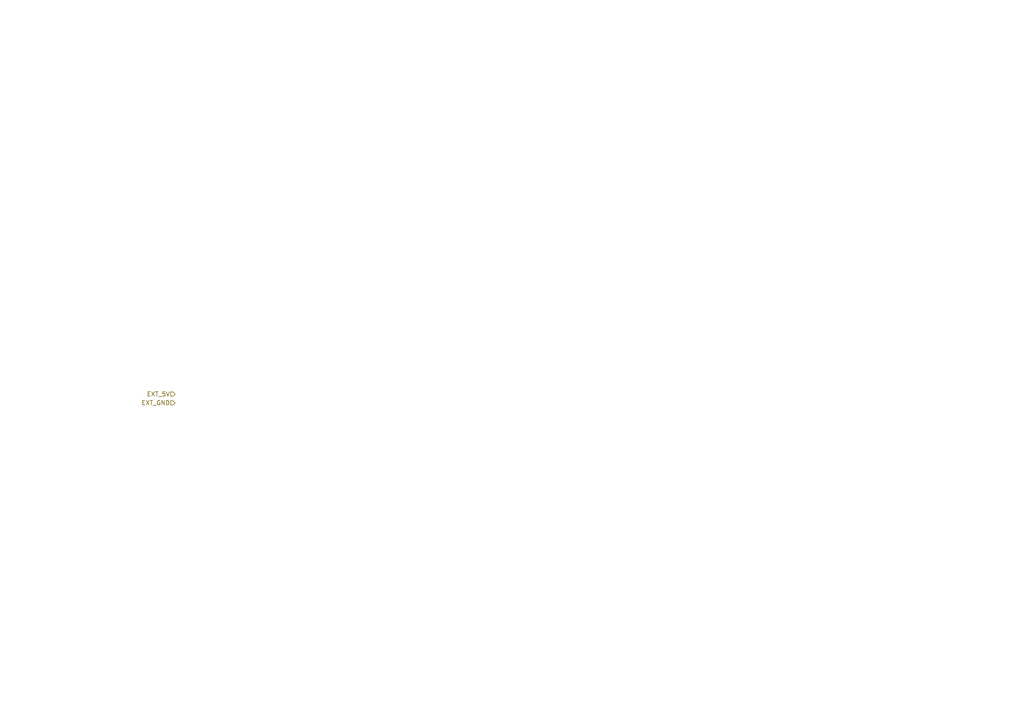
<source format=kicad_sch>
(kicad_sch
	(version 20231120)
	(generator "eeschema")
	(generator_version "8.0")
	(uuid "04efbab4-4b09-41dd-b889-e48452d150e7")
	(paper "A4")
	(lib_symbols)
	(hierarchical_label "EXT_GND"
		(shape input)
		(at 50.8 116.84 180)
		(effects
			(font
				(size 1.27 1.27)
			)
			(justify right)
		)
		(uuid "63f6c991-7d4d-49ef-849f-23837f200404")
	)
	(hierarchical_label "EXT_5V"
		(shape input)
		(at 50.8 114.3 180)
		(effects
			(font
				(size 1.27 1.27)
			)
			(justify right)
		)
		(uuid "f4c611bb-4ee4-414a-8506-b9578937609d")
	)
)

</source>
